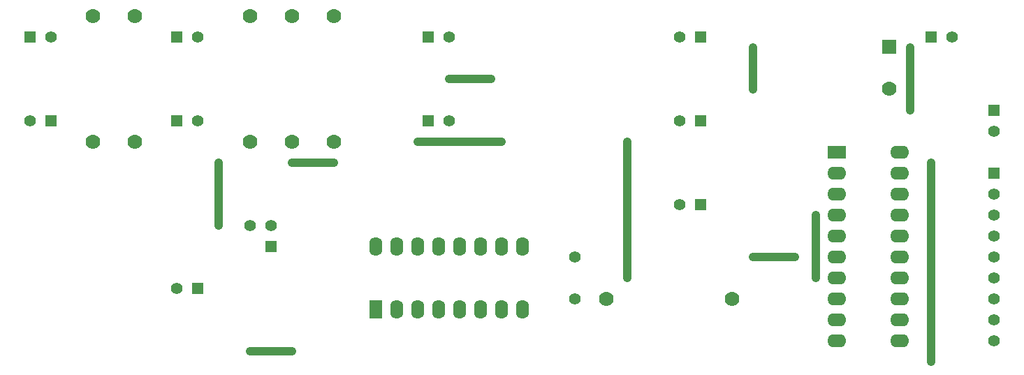
<source format=gbr>
G04 #@! TF.FileFunction,Copper,L1,Top,Signal*
%FSLAX46Y46*%
G04 Gerber Fmt 4.6, Leading zero omitted, Abs format (unit mm)*
G04 Created by KiCad (PCBNEW 4.0.5+dfsg1-4+deb9u1) date Sun Sep  4 20:05:12 2022*
%MOMM*%
%LPD*%
G01*
G04 APERTURE LIST*
%ADD10C,0.100000*%
%ADD11R,1.574800X2.286000*%
%ADD12O,1.574800X2.286000*%
%ADD13R,2.286000X1.574800*%
%ADD14O,2.286000X1.574800*%
%ADD15C,1.397000*%
%ADD16R,1.778000X1.778000*%
%ADD17C,1.778000*%
%ADD18R,1.397000X1.397000*%
%ADD19C,1.000760*%
%ADD20C,1.000760*%
G04 APERTURE END LIST*
D10*
D11*
X137160000Y-115570000D03*
D12*
X139700000Y-115570000D03*
X142240000Y-115570000D03*
X144780000Y-115570000D03*
X147320000Y-115570000D03*
X149860000Y-115570000D03*
X152400000Y-115570000D03*
X154940000Y-115570000D03*
X154940000Y-107950000D03*
X152400000Y-107950000D03*
X149860000Y-107950000D03*
X147320000Y-107950000D03*
X144780000Y-107950000D03*
X142240000Y-107950000D03*
X139700000Y-107950000D03*
X137160000Y-107950000D03*
D13*
X193040000Y-96520000D03*
D14*
X193040000Y-99060000D03*
X193040000Y-101600000D03*
X193040000Y-104140000D03*
X193040000Y-106680000D03*
X193040000Y-109220000D03*
X193040000Y-111760000D03*
X193040000Y-114300000D03*
X193040000Y-116840000D03*
X193040000Y-119380000D03*
X200660000Y-119380000D03*
X200660000Y-116840000D03*
X200660000Y-114300000D03*
X200660000Y-111760000D03*
X200660000Y-109220000D03*
X200660000Y-106680000D03*
X200660000Y-104140000D03*
X200660000Y-101600000D03*
X200660000Y-99060000D03*
X200660000Y-96520000D03*
D15*
X161290000Y-109220000D03*
X161290000Y-114300000D03*
D16*
X199390000Y-83693000D03*
D17*
X199390000Y-88773000D03*
D18*
X95250000Y-82550000D03*
D15*
X97790000Y-82550000D03*
D18*
X143510000Y-82550000D03*
D15*
X146050000Y-82550000D03*
D18*
X143510000Y-92710000D03*
D15*
X146050000Y-92710000D03*
D18*
X176530000Y-82550000D03*
D15*
X173990000Y-82550000D03*
D18*
X176530000Y-92710000D03*
D15*
X173990000Y-92710000D03*
D18*
X176530000Y-102870000D03*
D15*
X173990000Y-102870000D03*
D18*
X204470000Y-82550000D03*
D15*
X207010000Y-82550000D03*
D18*
X113030000Y-82550000D03*
D15*
X115570000Y-82550000D03*
D18*
X113030000Y-92710000D03*
D15*
X115570000Y-92710000D03*
D18*
X115570000Y-113030000D03*
D15*
X113030000Y-113030000D03*
D18*
X97790000Y-92710000D03*
D15*
X95250000Y-92710000D03*
D17*
X102870000Y-80010000D03*
X102870000Y-95250000D03*
X127000000Y-80010000D03*
X127000000Y-95250000D03*
X107950000Y-80010000D03*
X107950000Y-95250000D03*
X132080000Y-80010000D03*
X132080000Y-95250000D03*
X165100000Y-114300000D03*
X180340000Y-114300000D03*
X121920000Y-95250000D03*
X121920000Y-80010000D03*
D18*
X124460000Y-107950000D03*
D15*
X124460000Y-105410000D03*
X121920000Y-105410000D03*
D18*
X212090000Y-99060000D03*
D15*
X212090000Y-101600000D03*
X212090000Y-104140000D03*
X212090000Y-106680000D03*
X212090000Y-109220000D03*
X212090000Y-111760000D03*
X212090000Y-114300000D03*
X212090000Y-116840000D03*
X212090000Y-119380000D03*
D18*
X212090000Y-91440000D03*
D15*
X212090000Y-93980000D03*
D19*
X190500000Y-111760000D03*
X190500000Y-104140000D03*
X182880000Y-109220000D03*
X187960000Y-109220000D03*
X146050000Y-87630000D03*
X151130000Y-87630000D03*
X182880000Y-88900000D03*
X182880000Y-83820000D03*
X201930000Y-91440000D03*
X201930000Y-83820000D03*
X167640000Y-111760000D03*
X167640000Y-95250000D03*
X152400000Y-95250000D03*
X142240000Y-95250000D03*
X132080000Y-97790000D03*
X127000000Y-97790000D03*
X121920000Y-120650000D03*
X127000000Y-120650000D03*
X204470000Y-121920000D03*
X204470000Y-97790000D03*
X118110000Y-105410000D03*
X118110000Y-97790000D03*
D20*
X190500000Y-111760000D02*
X190500000Y-104140000D01*
X182880000Y-109220000D02*
X187960000Y-109220000D01*
X146050000Y-87630000D02*
X151130000Y-87630000D01*
X182880000Y-88900000D02*
X182880000Y-83820000D01*
X201930000Y-83820000D02*
X201930000Y-91440000D01*
X167640000Y-95250000D02*
X167640000Y-111760000D01*
X142240000Y-95250000D02*
X152400000Y-95250000D01*
X127000000Y-97790000D02*
X132080000Y-97790000D01*
X127000000Y-120650000D02*
X121920000Y-120650000D01*
X204470000Y-97790000D02*
X204470000Y-121920000D01*
X118110000Y-105410000D02*
X118110000Y-97790000D01*
M02*

</source>
